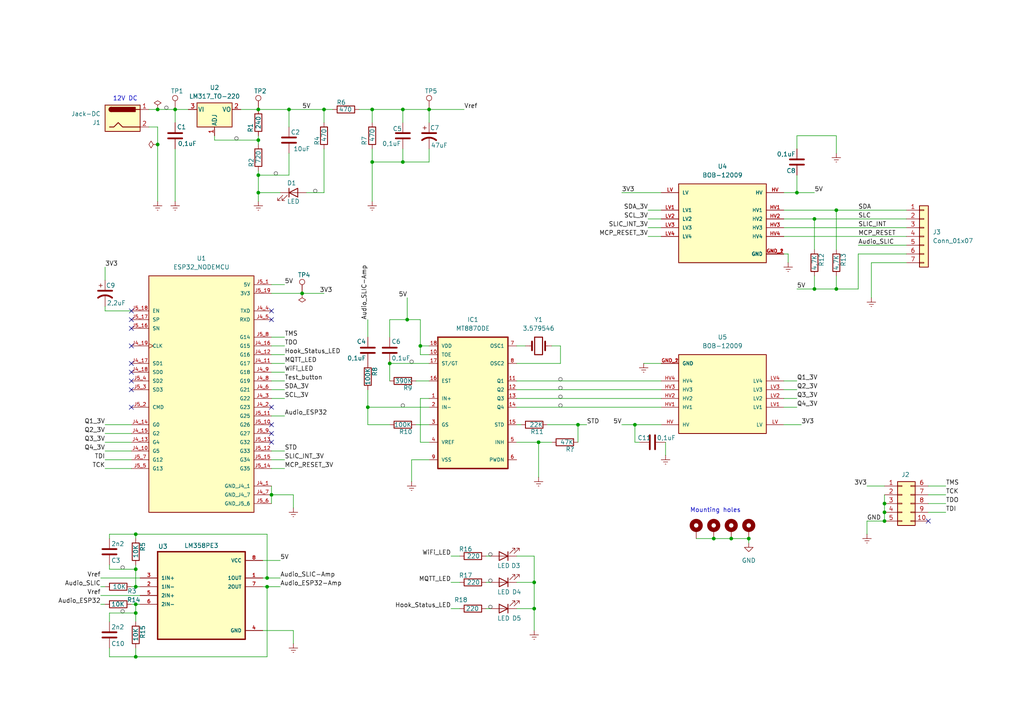
<source format=kicad_sch>
(kicad_sch (version 20231120) (generator "eeschema") (generator_version "8.0")
  (paper "A4")
  (lib_symbols
    (symbol "Connector:Jack-DC" (pin_names (offset 1.016))
      (property "Reference" "J" (at 0 5.334 0))
      (property "Value" "Jack-DC" (at 0 -5.08 0))
      (symbol "Jack-DC_1_1"
        (pin passive line (at 7.62 2.54 180) (length 2.54) (name "~") (number "1"))
        (pin passive line (at 7.62 -2.54 180) (length 2.54) (name "~") (number "2"))
      )
    )
    (symbol "Connector:TestPoint" (pin_numbers hide) (pin_names (offset 0.762) hide)
      (property "Reference" "TP" (at 0 6.858 0))
      (property "Value" "TestPoint" (at 0 5.08 0))
      (symbol "TestPoint_1_1"
        (pin passive line (at 0 0 90) (length 2.54) (name "1") (number "1"))
      )
    )
    (symbol "Connector_Generic:Conn_01x07" (pin_names (offset 1.016) hide)
      (property "Reference" "J" (at 0 10.16 0))
      (property "Value" "Conn_01x07" (at 0 -10.16 0))
      (symbol "Conn_01x07_1_1"
        (pin passive line (at -5.08 7.62 0) (length 3.81) (name "Pin_1") (number "1"))
        (pin passive line (at -5.08 5.08 0) (length 3.81) (name "Pin_2") (number "2"))
        (pin passive line (at -5.08 2.54 0) (length 3.81) (name "Pin_3") (number "3"))
        (pin passive line (at -5.08 0 0) (length 3.81) (name "Pin_4") (number "4"))
        (pin passive line (at -5.08 -2.54 0) (length 3.81) (name "Pin_5") (number "5"))
        (pin passive line (at -5.08 -5.08 0) (length 3.81) (name "Pin_6") (number "6"))
        (pin passive line (at -5.08 -7.62 0) (length 3.81) (name "Pin_7") (number "7"))
      )
    )
    (symbol "Connector_Generic:Conn_02x05_Top_Bottom" (pin_names (offset 1.016) hide)
      (property "Reference" "J" (at 1.27 7.62 0))
      (property "Value" "Conn_02x05_Top_Bottom" (at 1.27 -7.62 0))
      (symbol "Conn_02x05_Top_Bottom_1_1"
        (pin passive line (at -5.08 5.08 0) (length 3.81) (name "Pin_1") (number "1"))
        (pin passive line (at 7.62 -5.08 180) (length 3.81) (name "Pin_10") (number "10"))
        (pin passive line (at -5.08 2.54 0) (length 3.81) (name "Pin_2") (number "2"))
        (pin passive line (at -5.08 0 0) (length 3.81) (name "Pin_3") (number "3"))
        (pin passive line (at -5.08 -2.54 0) (length 3.81) (name "Pin_4") (number "4"))
        (pin passive line (at -5.08 -5.08 0) (length 3.81) (name "Pin_5") (number "5"))
        (pin passive line (at 7.62 5.08 180) (length 3.81) (name "Pin_6") (number "6"))
        (pin passive line (at 7.62 2.54 180) (length 3.81) (name "Pin_7") (number "7"))
        (pin passive line (at 7.62 0 180) (length 3.81) (name "Pin_8") (number "8"))
        (pin passive line (at 7.62 -2.54 180) (length 3.81) (name "Pin_9") (number "9"))
      )
    )
    (symbol "Device:C" (pin_numbers hide) (pin_names (offset 0.254))
      (property "Reference" "C" (at 0.635 2.54 0))
      (property "Value" "C" (at 0.635 -2.54 0))
      (symbol "C_1_1"
        (pin passive line (at 0 3.81 270) (length 2.794) (name "~") (number "1"))
        (pin passive line (at 0 -3.81 90) (length 2.794) (name "~") (number "2"))
      )
    )
    (symbol "Device:C_Polarized_US" (pin_numbers hide) (pin_names (offset 0.254) hide)
      (property "Reference" "C" (at 0.635 2.54 0))
      (property "Value" "C_Polarized_US" (at 0.635 -2.54 0))
      (symbol "C_Polarized_US_1_1"
        (pin passive line (at 0 3.81 270) (length 2.794) (name "~") (number "1"))
        (pin passive line (at 0 -3.81 90) (length 3.302) (name "~") (number "2"))
      )
    )
    (symbol "Device:Crystal" (pin_numbers hide) (pin_names (offset 1.016) hide)
      (property "Reference" "Y" (at 0 3.81 0))
      (property "Value" "Crystal" (at 0 -3.81 0))
      (symbol "Crystal_1_1"
        (pin passive line (at -3.81 0 0) (length 1.27) (name "1") (number "1"))
        (pin passive line (at 3.81 0 180) (length 1.27) (name "2") (number "2"))
      )
    )
    (symbol "Device:LED" (pin_numbers hide) (pin_names (offset 1.016) hide)
      (property "Reference" "D" (at 0 2.54 0))
      (property "Value" "LED" (at 0 -2.54 0))
      (symbol "LED_1_1"
        (pin passive line (at -3.81 0 0) (length 2.54) (name "K") (number "1"))
        (pin passive line (at 3.81 0 180) (length 2.54) (name "A") (number "2"))
      )
    )
    (symbol "Device:R" (pin_numbers hide) (pin_names (offset 0))
      (property "Reference" "R" (at 2.032 0 90))
      (property "Value" "R" (at 0 0 90))
      (symbol "R_1_1"
        (pin passive line (at 0 3.81 270) (length 1.27) (name "~") (number "1"))
        (pin passive line (at 0 -3.81 90) (length 1.27) (name "~") (number "2"))
      )
    )
    (symbol "JW_library_sym:BOB-12009" (pin_names (offset 1.016))
      (property "Reference" "U" (at -12.7 11.43 0))
      (property "Value" "BOB-12009" (at -12.7 -15.24 0))
      (symbol "BOB-12009_0_0"
        (pin power_in line (at 17.78 -10.16 180) (length 5.08) (name "GND") (number "GND_1"))
        (pin power_in line (at 17.78 -10.16 180) (length 5.08) (name "GND") (number "GND_2"))
        (pin bidirectional line (at 17.78 7.62 180) (length 5.08) (name "HV") (number "HV"))
        (pin bidirectional line (at 17.78 2.54 180) (length 5.08) (name "HV1") (number "HV1"))
        (pin bidirectional line (at 17.78 0 180) (length 5.08) (name "HV2") (number "HV2"))
        (pin bidirectional line (at 17.78 -2.54 180) (length 5.08) (name "HV3") (number "HV3"))
        (pin bidirectional line (at 17.78 -5.08 180) (length 5.08) (name "HV4") (number "HV4"))
        (pin bidirectional line (at -17.78 7.62 0) (length 5.08) (name "LV") (number "LV"))
        (pin bidirectional line (at -17.78 2.54 0) (length 5.08) (name "LV1") (number "LV1"))
        (pin bidirectional line (at -17.78 0 0) (length 5.08) (name "LV2") (number "LV2"))
        (pin bidirectional line (at -17.78 -2.54 0) (length 5.08) (name "LV3") (number "LV3"))
        (pin bidirectional line (at -17.78 -5.08 0) (length 5.08) (name "LV4") (number "LV4"))
      )
    )
    (symbol "JW_library_sym:ESP32_NODEMCU" (pin_names (offset 1.016))
      (property "Reference" "U" (at -15.24 36.322 0))
      (property "Value" "ESP32_NODEMCU" (at -15.24 -35.56 0))
      (symbol "ESP32_NODEMCU_0_0"
        (pin power_in line (at 20.32 -25.4 180) (length 5.08) (name "GND_J4_1") (number "J4_1"))
        (pin bidirectional line (at -20.32 -15.24 0) (length 5.08) (name "G5") (number "J4_10"))
        (pin bidirectional line (at 20.32 10.16 180) (length 5.08) (name "G17") (number "J4_11"))
        (pin bidirectional line (at 20.32 12.7 180) (length 5.08) (name "G16") (number "J4_12"))
        (pin bidirectional line (at -20.32 -12.7 0) (length 5.08) (name "G4") (number "J4_13"))
        (pin bidirectional line (at -20.32 -7.62 0) (length 5.08) (name "G0") (number "J4_14"))
        (pin bidirectional line (at -20.32 -10.16 0) (length 5.08) (name "G2") (number "J4_15"))
        (pin bidirectional line (at 20.32 15.24 180) (length 5.08) (name "G15") (number "J4_16"))
        (pin bidirectional line (at -20.32 10.16 0) (length 5.08) (name "SD1") (number "J4_17"))
        (pin bidirectional line (at -20.32 7.62 0) (length 5.08) (name "SD0") (number "J4_18"))
        (pin input clock (at -20.32 15.24 0) (length 5.08) (name "CLK") (number "J4_19"))
        (pin bidirectional line (at 20.32 -2.54 180) (length 5.08) (name "G23") (number "J4_2"))
        (pin bidirectional line (at 20.32 0 180) (length 5.08) (name "G22") (number "J4_3"))
        (pin output line (at 20.32 25.4 180) (length 5.08) (name "TXD") (number "J4_4"))
        (pin input line (at 20.32 22.86 180) (length 5.08) (name "RXD") (number "J4_5"))
        (pin bidirectional line (at 20.32 2.54 180) (length 5.08) (name "G21") (number "J4_6"))
        (pin power_in line (at 20.32 -27.94 180) (length 5.08) (name "GND_J4_7") (number "J4_7"))
        (pin bidirectional line (at 20.32 5.08 180) (length 5.08) (name "G19") (number "J4_8"))
        (pin bidirectional line (at 20.32 7.62 180) (length 5.08) (name "G18") (number "J4_9"))
        (pin power_in line (at 20.32 33.02 180) (length 5.08) (name "5V") (number "J5_1"))
        (pin bidirectional line (at 20.32 -7.62 180) (length 5.08) (name "G26") (number "J5_10"))
        (pin bidirectional line (at 20.32 -5.08 180) (length 5.08) (name "G25") (number "J5_11"))
        (pin bidirectional line (at 20.32 -15.24 180) (length 5.08) (name "G33") (number "J5_12"))
        (pin bidirectional line (at 20.32 -12.7 180) (length 5.08) (name "G32") (number "J5_13"))
        (pin bidirectional line (at 20.32 -20.32 180) (length 5.08) (name "G35") (number "J5_14"))
        (pin bidirectional line (at 20.32 -17.78 180) (length 5.08) (name "G34") (number "J5_15"))
        (pin input line (at -20.32 20.32 0) (length 5.08) (name "SN") (number "J5_16"))
        (pin input line (at -20.32 22.86 0) (length 5.08) (name "SP") (number "J5_17"))
        (pin input line (at -20.32 25.4 0) (length 5.08) (name "EN") (number "J5_18"))
        (pin power_in line (at 20.32 30.48 180) (length 5.08) (name "3V3") (number "J5_19"))
        (pin bidirectional line (at -20.32 -2.54 0) (length 5.08) (name "CMD") (number "J5_2"))
        (pin bidirectional line (at -20.32 2.54 0) (length 5.08) (name "SD3") (number "J5_3"))
        (pin bidirectional line (at -20.32 5.08 0) (length 5.08) (name "SD2") (number "J5_4"))
        (pin bidirectional line (at -20.32 -20.32 0) (length 5.08) (name "G13") (number "J5_5"))
        (pin power_in line (at 20.32 -30.48 180) (length 5.08) (name "GND_J5_6") (number "J5_6"))
        (pin bidirectional line (at -20.32 -17.78 0) (length 5.08) (name "G12") (number "J5_7"))
        (pin bidirectional line (at 20.32 17.78 180) (length 5.08) (name "G14") (number "J5_8"))
        (pin bidirectional line (at 20.32 -10.16 180) (length 5.08) (name "G27") (number "J5_9"))
      )
    )
    (symbol "JW_library_sym:LM358PE3" (pin_names (offset 1.016))
      (property "Reference" "U" (at -12.7 13.7 0))
      (property "Value" "LM358PE3" (at -12.7 -16.7 0))
      (symbol "LM358PE3_0_0"
        (pin output line (at 17.78 5.08 180) (length 5.08) (name "1OUT") (number "1"))
        (pin input line (at -17.78 2.54 0) (length 5.08) (name "1IN-") (number "2"))
        (pin input line (at -17.78 5.08 0) (length 5.08) (name "1IN+") (number "3"))
        (pin power_in line (at 17.78 -10.16 180) (length 5.08) (name "GND") (number "4"))
        (pin input line (at -17.78 0 0) (length 5.08) (name "2IN+") (number "5"))
        (pin input line (at -17.78 -2.54 0) (length 5.08) (name "2IN-") (number "6"))
        (pin output line (at 17.78 2.54 180) (length 5.08) (name "2OUT") (number "7"))
        (pin power_in line (at 17.78 10.16 180) (length 5.08) (name "VCC") (number "8"))
      )
    )
    (symbol "JW_library_sym:MT8870" (pin_names (offset 1.016))
      (property "Reference" "IC" (at -10.1662 19.0617 0))
      (property "Value" "MT8870" (at -10.1656 -22.8726 0))
      (symbol "MT8870_0_0"
        (pin input line (at -12.7 0 0) (length 2.54) (name "IN+") (number "1"))
        (pin input line (at -12.7 12.7 0) (length 2.54) (name "TOE") (number "10"))
        (pin output line (at 12.7 5.08 180) (length 2.54) (name "Q1") (number "11"))
        (pin output line (at 12.7 2.54 180) (length 2.54) (name "Q2") (number "12"))
        (pin output line (at 12.7 0 180) (length 2.54) (name "Q3") (number "13"))
        (pin output line (at 12.7 -2.54 180) (length 2.54) (name "Q4") (number "14"))
        (pin output line (at 12.7 -7.62 180) (length 2.54) (name "STD") (number "15"))
        (pin output line (at -12.7 5.08 0) (length 2.54) (name "EST") (number "16"))
        (pin bidirectional line (at -12.7 10.16 0) (length 2.54) (name "ST/GT") (number "17"))
        (pin power_in line (at -12.7 15.24 0) (length 2.54) (name "VDD") (number "18"))
        (pin input line (at -12.7 -2.54 0) (length 2.54) (name "IN-") (number "2"))
        (pin output line (at -12.7 -7.62 0) (length 2.54) (name "GS") (number "3"))
        (pin output line (at -12.7 -12.7 0) (length 2.54) (name "VREF") (number "4"))
        (pin input line (at 12.7 -12.7 180) (length 2.54) (name "INH") (number "5"))
        (pin input line (at 12.7 -17.78 180) (length 2.54) (name "PWDN") (number "6"))
        (pin input line (at 12.7 15.24 180) (length 2.54) (name "OSC1") (number "7"))
        (pin output line (at 12.7 10.16 180) (length 2.54) (name "OSC2") (number "8"))
        (pin power_in line (at -12.7 -17.78 0) (length 2.54) (name "VSS") (number "9"))
      )
    )
    (symbol "Mechanical:MountingHole_Pad" (pin_numbers hide) (pin_names (offset 1.016) hide) (exclude_from_sim yes) (in_bom no)
      (property "Reference" "H" (at 0 6.35 0))
      (property "Value" "MountingHole_Pad" (at 0 4.445 0))
      (symbol "MountingHole_Pad_1_1"
        (pin input line (at 0 -2.54 90) (length 2.54) (name "1") (number "1"))
      )
    )
    (symbol "Regulator_Linear:LM317_TO-220" (pin_names (offset 0.254))
      (property "Reference" "U" (at -3.81 3.175 0))
      (property "Value" "LM317_TO-220" (at 0 3.175 0))
      (symbol "LM317_TO-220_1_1"
        (pin input line (at 0 -7.62 90) (length 2.54) (name "ADJ") (number "1"))
        (pin power_out line (at 7.62 0 180) (length 2.54) (name "VO") (number "2"))
        (pin power_in line (at -7.62 0 0) (length 2.54) (name "VI") (number "3"))
      )
    )
    (symbol "power:Earth" (power) (pin_numbers hide) (pin_names (offset 0) hide)
      (property "Value" "Earth" (at 0 -3.81 0))
      (symbol "Earth_1_1"
        (pin power_in line (at 0 0 270) (length 0) (name "~") (number "1"))
      )
    )
    (symbol "power:GND" (power) (pin_numbers hide) (pin_names (offset 0) hide)
      (property "Value" "GND" (at 0 -3.81 0))
      (symbol "GND_1_1"
        (pin power_in line (at 0 0 270) (length 0) (name "~") (number "1"))
      )
    )
    (symbol "power:PWR_FLAG" (power) (pin_numbers hide) (pin_names (offset 0) hide)
      (property "Value" "PWR_FLAG" (at 0 3.81 0))
      (symbol "PWR_FLAG_0_0"
        (pin power_out line (at 0 0 90) (length 0) (name "~") (number "1"))
      )
    )
  )
  (junction (at 50.8 31.75))
  (junction (at 113.03 105.41))
  (junction (at 78.74 143.51))
  (junction (at 116.84 31.75))
  (junction (at 156.21 128.27))
  (junction (at 39.37 170.18))
  (junction (at 167.64 123.19))
  (junction (at 236.22 63.5))
  (junction (at 154.94 176.53))
  (junction (at 107.95 46.99))
  (junction (at 83.82 31.75))
  (junction (at 256.54 151.13))
  (junction (at 116.84 46.99))
  (junction (at 256.54 146.05))
  (junction (at 154.94 168.91))
  (junction (at 212.09 156.21))
  (junction (at 217.17 156.21))
  (junction (at 106.68 118.11))
  (junction (at 77.47 170.18))
  (junction (at 87.63 85.09))
  (junction (at 39.37 190.5))
  (junction (at 74.93 55.88))
  (junction (at 45.72 31.75))
  (junction (at 207.01 156.21))
  (junction (at 74.93 40.64))
  (junction (at 39.37 177.8))
  (junction (at 242.57 83.82))
  (junction (at 39.37 154.94))
  (junction (at 93.98 31.75))
  (junction (at 74.93 50.8))
  (junction (at 256.54 148.59))
  (junction (at 242.57 60.96))
  (junction (at 121.92 100.33))
  (junction (at 77.47 167.64))
  (junction (at 74.93 31.75))
  (junction (at 124.46 31.75))
  (junction (at 39.37 175.26))
  (junction (at 236.22 83.82))
  (junction (at 184.15 123.19))
  (junction (at 45.72 41.91))
  (junction (at 118.11 92.71))
  (junction (at 231.14 55.88))
  (junction (at 107.95 31.75))
  (junction (at 39.37 165.1))
  (no_connect (at 38.1 110.49))
  (no_connect (at 38.1 107.95))
  (no_connect (at 38.1 95.25))
  (no_connect (at 38.1 90.17))
  (no_connect (at 38.1 105.41))
  (no_connect (at 78.74 128.27))
  (no_connect (at 38.1 92.71))
  (no_connect (at 78.74 118.11))
  (no_connect (at 269.24 151.13))
  (no_connect (at 38.1 100.33))
  (no_connect (at 38.1 113.03))
  (no_connect (at 38.1 118.11))
  (no_connect (at 78.74 90.17))
  (no_connect (at 78.74 125.73))
  (no_connect (at 78.74 92.71))
  (no_connect (at 78.74 123.19))
  (wire (pts (xy 151.13 123.19) (xy 149.86 123.19)))
  (wire (pts (xy 162.56 100.33) (xy 162.56 105.41)))
  (wire (pts (xy 87.63 85.09) (xy 93.98 85.09)))
  (wire (pts (xy 227.33 63.5) (xy 236.22 63.5)))
  (wire (pts (xy 269.24 148.59) (xy 274.32 148.59)))
  (wire (pts (xy 74.93 40.64) (xy 74.93 39.37)))
  (wire (pts (xy 77.47 154.94) (xy 77.47 167.64)))
  (wire (pts (xy 158.75 123.19) (xy 167.64 123.19)))
  (wire (pts (xy 106.68 118.11) (xy 124.46 118.11)))
  (wire (pts (xy 76.2 167.64) (xy 77.47 167.64)))
  (wire (pts (xy 78.74 107.95) (xy 82.55 107.95)))
  (wire (pts (xy 77.47 190.5) (xy 77.47 170.18)))
  (wire (pts (xy 118.11 86.36) (xy 118.11 92.71)))
  (wire (pts (xy 149.86 118.11) (xy 191.77 118.11)))
  (wire (pts (xy 78.74 120.65) (xy 82.55 120.65)))
  (wire (pts (xy 256.54 143.51) (xy 256.54 146.05)))
  (wire (pts (xy 269.24 140.97) (xy 274.32 140.97)))
  (wire (pts (xy 39.37 165.1) (xy 39.37 170.18)))
  (wire (pts (xy 124.46 115.57) (xy 121.92 115.57)))
  (wire (pts (xy 231.14 50.8) (xy 231.14 55.88)))
  (wire (pts (xy 43.18 31.75) (xy 45.72 31.75)))
  (wire (pts (xy 107.95 46.99) (xy 116.84 46.99)))
  (wire (pts (xy 107.95 31.75) (xy 107.95 35.56)))
  (wire (pts (xy 78.74 143.51) (xy 78.74 146.05)))
  (wire (pts (xy 242.57 60.96) (xy 262.89 60.96)))
  (wire (pts (xy 85.09 182.88) (xy 85.09 186.69)))
  (wire (pts (xy 77.47 170.18) (xy 76.2 170.18)))
  (wire (pts (xy 121.92 100.33) (xy 124.46 100.33)))
  (wire (pts (xy 82.55 97.79) (xy 78.74 97.79)))
  (wire (pts (xy 124.46 102.87) (xy 121.92 102.87)))
  (wire (pts (xy 227.33 55.88) (xy 231.14 55.88)))
  (wire (pts (xy 124.46 35.56) (xy 124.46 31.75)))
  (wire (pts (xy 124.46 43.18) (xy 124.46 46.99)))
  (wire (pts (xy 167.64 128.27) (xy 167.64 123.19)))
  (wire (pts (xy 107.95 46.99) (xy 107.95 58.42)))
  (wire (pts (xy 256.54 151.13) (xy 251.46 151.13)))
  (wire (pts (xy 69.85 31.75) (xy 74.93 31.75)))
  (wire (pts (xy 149.86 128.27) (xy 156.21 128.27)))
  (wire (pts (xy 113.03 105.41) (xy 124.46 105.41)))
  (wire (pts (xy 231.14 39.37) (xy 231.14 43.18)))
  (wire (pts (xy 31.75 187.96) (xy 31.75 190.5)))
  (wire (pts (xy 242.57 44.45) (xy 242.57 39.37)))
  (wire (pts (xy 87.63 85.09) (xy 78.74 85.09)))
  (wire (pts (xy 39.37 170.18) (xy 40.64 170.18)))
  (wire (pts (xy 30.48 123.19) (xy 38.1 123.19)))
  (wire (pts (xy 39.37 175.26) (xy 39.37 177.8)))
  (wire (pts (xy 227.33 60.96) (xy 242.57 60.96)))
  (wire (pts (xy 39.37 190.5) (xy 77.47 190.5)))
  (wire (pts (xy 45.72 31.75) (xy 50.8 31.75)))
  (wire (pts (xy 62.23 40.64) (xy 62.23 39.37)))
  (wire (pts (xy 242.57 60.96) (xy 242.57 72.39)))
  (wire (pts (xy 93.98 55.88) (xy 88.9 55.88)))
  (wire (pts (xy 236.22 63.5) (xy 262.89 63.5)))
  (wire (pts (xy 130.81 161.29) (xy 133.35 161.29)))
  (wire (pts (xy 78.74 143.51) (xy 85.09 143.51)))
  (wire (pts (xy 167.64 123.19) (xy 170.18 123.19)))
  (wire (pts (xy 30.48 130.81) (xy 38.1 130.81)))
  (wire (pts (xy 31.75 177.8) (xy 39.37 177.8)))
  (wire (pts (xy 82.55 115.57) (xy 78.74 115.57)))
  (wire (pts (xy 191.77 66.04) (xy 187.96 66.04)))
  (wire (pts (xy 207.01 156.21) (xy 212.09 156.21)))
  (wire (pts (xy 106.68 92.71) (xy 106.68 97.79)))
  (wire (pts (xy 140.97 168.91) (xy 142.24 168.91)))
  (wire (pts (xy 180.34 123.19) (xy 184.15 123.19)))
  (wire (pts (xy 29.21 170.18) (xy 30.48 170.18)))
  (wire (pts (xy 231.14 110.49) (xy 227.33 110.49)))
  (wire (pts (xy 262.89 76.2) (xy 252.73 76.2)))
  (wire (pts (xy 140.97 161.29) (xy 142.24 161.29)))
  (wire (pts (xy 116.84 31.75) (xy 124.46 31.75)))
  (wire (pts (xy 252.73 76.2) (xy 252.73 86.36)))
  (wire (pts (xy 191.77 60.96) (xy 187.96 60.96)))
  (wire (pts (xy 30.48 128.27) (xy 38.1 128.27)))
  (wire (pts (xy 191.77 63.5) (xy 187.96 63.5)))
  (wire (pts (xy 29.21 167.64) (xy 40.64 167.64)))
  (wire (pts (xy 231.14 55.88) (xy 236.22 55.88)))
  (wire (pts (xy 74.93 55.88) (xy 74.93 58.42)))
  (wire (pts (xy 78.74 110.49) (xy 82.55 110.49)))
  (wire (pts (xy 162.56 100.33) (xy 160.02 100.33)))
  (wire (pts (xy 78.74 140.97) (xy 78.74 143.51)))
  (wire (pts (xy 74.93 50.8) (xy 74.93 49.53)))
  (wire (pts (xy 39.37 170.18) (xy 38.1 170.18)))
  (wire (pts (xy 140.97 176.53) (xy 142.24 176.53)))
  (wire (pts (xy 85.09 143.51) (xy 85.09 147.32)))
  (wire (pts (xy 154.94 161.29) (xy 154.94 168.91)))
  (wire (pts (xy 227.33 66.04) (xy 262.89 66.04)))
  (wire (pts (xy 154.94 168.91) (xy 154.94 176.53)))
  (wire (pts (xy 107.95 31.75) (xy 116.84 31.75)))
  (wire (pts (xy 113.03 97.79) (xy 113.03 92.71)))
  (wire (pts (xy 31.75 154.94) (xy 39.37 154.94)))
  (wire (pts (xy 83.82 31.75) (xy 93.98 31.75)))
  (wire (pts (xy 242.57 83.82) (xy 248.92 83.82)))
  (wire (pts (xy 227.33 68.58) (xy 262.89 68.58)))
  (wire (pts (xy 29.21 175.26) (xy 30.48 175.26)))
  (wire (pts (xy 113.03 92.71) (xy 118.11 92.71)))
  (wire (pts (xy 185.42 128.27) (xy 184.15 128.27)))
  (wire (pts (xy 248.92 73.66) (xy 248.92 83.82)))
  (wire (pts (xy 149.86 168.91) (xy 154.94 168.91)))
  (wire (pts (xy 149.86 110.49) (xy 191.77 110.49)))
  (wire (pts (xy 251.46 151.13) (xy 251.46 154.94)))
  (wire (pts (xy 121.92 128.27) (xy 124.46 128.27)))
  (wire (pts (xy 231.14 118.11) (xy 227.33 118.11)))
  (wire (pts (xy 30.48 77.47) (xy 30.48 81.28)))
  (wire (pts (xy 104.14 31.75) (xy 107.95 31.75)))
  (wire (pts (xy 38.1 135.89) (xy 30.48 135.89)))
  (wire (pts (xy 130.81 176.53) (xy 133.35 176.53)))
  (wire (pts (xy 124.46 133.35) (xy 119.38 133.35)))
  (wire (pts (xy 231.14 115.57) (xy 227.33 115.57)))
  (wire (pts (xy 231.14 83.82) (xy 236.22 83.82)))
  (wire (pts (xy 96.52 31.75) (xy 93.98 31.75)))
  (wire (pts (xy 149.86 100.33) (xy 152.4 100.33)))
  (wire (pts (xy 201.93 156.21) (xy 207.01 156.21)))
  (wire (pts (xy 76.2 162.56) (xy 81.28 162.56)))
  (wire (pts (xy 83.82 50.8) (xy 83.82 44.45)))
  (wire (pts (xy 242.57 83.82) (xy 242.57 80.01)))
  (wire (pts (xy 45.72 36.83) (xy 45.72 41.91)))
  (wire (pts (xy 269.24 143.51) (xy 274.32 143.51)))
  (wire (pts (xy 74.93 31.75) (xy 83.82 31.75)))
  (wire (pts (xy 43.18 36.83) (xy 45.72 36.83)))
  (wire (pts (xy 242.57 83.82) (xy 236.22 83.82)))
  (wire (pts (xy 118.11 92.71) (xy 121.92 92.71)))
  (wire (pts (xy 93.98 31.75) (xy 93.98 35.56)))
  (wire (pts (xy 77.47 170.18) (xy 81.28 170.18)))
  (wire (pts (xy 236.22 83.82) (xy 236.22 80.01)))
  (wire (pts (xy 256.54 146.05) (xy 256.54 148.59)))
  (wire (pts (xy 156.21 128.27) (xy 156.21 138.43)))
  (wire (pts (xy 121.92 92.71) (xy 121.92 100.33)))
  (wire (pts (xy 76.2 182.88) (xy 85.09 182.88)))
  (wire (pts (xy 124.46 31.75) (xy 134.62 31.75)))
  (wire (pts (xy 31.75 190.5) (xy 39.37 190.5)))
  (wire (pts (xy 228.6 73.66) (xy 227.33 73.66)))
  (wire (pts (xy 30.48 90.17) (xy 38.1 90.17)))
  (wire (pts (xy 113.03 110.49) (xy 113.03 105.41)))
  (wire (pts (xy 149.86 113.03) (xy 191.77 113.03)))
  (wire (pts (xy 93.98 43.18) (xy 93.98 55.88)))
  (wire (pts (xy 62.23 40.64) (xy 74.93 40.64)))
  (wire (pts (xy 180.34 55.88) (xy 191.77 55.88)))
  (wire (pts (xy 106.68 113.03) (xy 106.68 118.11)))
  (wire (pts (xy 31.75 165.1) (xy 39.37 165.1)))
  (wire (pts (xy 78.74 130.81) (xy 82.55 130.81)))
  (wire (pts (xy 78.74 102.87) (xy 82.55 102.87)))
  (wire (pts (xy 106.68 123.19) (xy 106.68 118.11)))
  (wire (pts (xy 217.17 157.48) (xy 217.17 156.21)))
  (wire (pts (xy 121.92 102.87) (xy 121.92 100.33)))
  (wire (pts (xy 154.94 176.53) (xy 149.86 176.53)))
  (wire (pts (xy 251.46 140.97) (xy 256.54 140.97)))
  (wire (pts (xy 119.38 133.35) (xy 119.38 139.7)))
  (wire (pts (xy 248.92 73.66) (xy 262.89 73.66)))
  (wire (pts (xy 149.86 115.57) (xy 191.77 115.57)))
  (wire (pts (xy 39.37 163.83) (xy 39.37 165.1)))
  (wire (pts (xy 184.15 128.27) (xy 184.15 123.19)))
  (wire (pts (xy 130.81 168.91) (xy 133.35 168.91)))
  (wire (pts (xy 29.21 172.72) (xy 40.64 172.72)))
  (wire (pts (xy 154.94 182.88) (xy 154.94 176.53)))
  (wire (pts (xy 82.55 133.35) (xy 78.74 133.35)))
  (wire (pts (xy 162.56 105.41) (xy 149.86 105.41)))
  (wire (pts (xy 83.82 31.75) (xy 83.82 36.83)))
  (wire (pts (xy 269.24 146.05) (xy 274.32 146.05)))
  (wire (pts (xy 31.75 156.21) (xy 31.75 154.94)))
  (wire (pts (xy 39.37 175.26) (xy 40.64 175.26)))
  (wire (pts (xy 39.37 177.8) (xy 39.37 180.34)))
  (wire (pts (xy 82.55 82.55) (xy 78.74 82.55)))
  (wire (pts (xy 116.84 43.18) (xy 116.84 46.99)))
  (wire (pts (xy 39.37 154.94) (xy 77.47 154.94)))
  (wire (pts (xy 120.65 123.19) (xy 124.46 123.19)))
  (wire (pts (xy 212.09 156.21) (xy 217.17 156.21)))
  (wire (pts (xy 116.84 35.56) (xy 116.84 31.75)))
  (wire (pts (xy 50.8 31.75) (xy 50.8 35.56)))
  (wire (pts (xy 45.72 41.91) (xy 45.72 58.42)))
  (wire (pts (xy 121.92 115.57) (xy 121.92 128.27)))
  (wire (pts (xy 256.54 148.59) (xy 256.54 151.13)))
  (wire (pts (xy 38.1 175.26) (xy 39.37 175.26)))
  (wire (pts (xy 39.37 187.96) (xy 39.37 190.5)))
  (wire (pts (xy 184.15 123.19) (xy 191.77 123.19)))
  (wire (pts (xy 232.41 123.19) (xy 227.33 123.19)))
  (wire (pts (xy 242.57 39.37) (xy 231.14 39.37)))
  (wire (pts (xy 191.77 68.58) (xy 187.96 68.58)))
  (wire (pts (xy 236.22 63.5) (xy 236.22 72.39)))
  (wire (pts (xy 38.1 133.35) (xy 30.48 133.35)))
  (wire (pts (xy 228.6 73.66) (xy 228.6 76.2)))
  (wire (pts (xy 82.55 113.03) (xy 78.74 113.03)))
  (wire (pts (xy 78.74 105.41) (xy 82.55 105.41)))
  (wire (pts (xy 231.14 113.03) (xy 227.33 113.03)))
  (wire (pts (xy 74.93 50.8) (xy 74.93 55.88)))
  (wire (pts (xy 74.93 41.91) (xy 74.93 40.64)))
  (wire (pts (xy 31.75 163.83) (xy 31.75 165.1)))
  (wire (pts (xy 193.04 128.27) (xy 193.04 132.08)))
  (wire (pts (xy 107.95 43.18) (xy 107.95 46.99)))
  (wire (pts (xy 156.21 128.27) (xy 160.02 128.27)))
  (wire (pts (xy 120.65 110.49) (xy 124.46 110.49)))
  (wire (pts (xy 30.48 88.9) (xy 30.48 90.17)))
  (wire (pts (xy 50.8 43.18) (xy 50.8 58.42)))
  (wire (pts (xy 31.75 180.34) (xy 31.75 177.8)))
  (wire (pts (xy 248.92 71.12) (xy 262.89 71.12)))
  (wire (pts (xy 191.77 105.41) (xy 186.69 105.41)))
  (wire (pts (xy 149.86 161.29) (xy 154.94 161.29)))
  (wire (pts (xy 77.47 167.64) (xy 81.28 167.64)))
  (wire (pts (xy 82.55 135.89) (xy 78.74 135.89)))
  (wire (pts (xy 74.93 55.88) (xy 81.28 55.88)))
  (wire (pts (xy 116.84 46.99) (xy 124.46 46.99)))
  (wire (pts (xy 50.8 31.75) (xy 54.61 31.75)))
  (wire (pts (xy 30.48 125.73) (xy 38.1 125.73)))
  (wire (pts (xy 74.93 50.8) (xy 83.82 50.8)))
  (wire (pts (xy 39.37 156.21) (xy 39.37 154.94)))
  (wire (pts (xy 113.03 123.19) (xy 106.68 123.19)))
  (wire (pts (xy 82.55 100.33) (xy 78.74 100.33)))
  (text "Mounting holes\n" (at 207.518 148.082 0) (effects (font (size 1.27 1.27))))
  (text "12V DC" (at 36.322 28.702 0) (effects (font (size 1.27 1.27))))
  (label "SLIC_INT_3V" (at 82.55 133.35 0))
  (label "STD" (at 82.55 130.81 0))
  (label "3V3" (at 92.71 85.09 0))
  (label "MCP_RESET_3V" (at 187.96 68.58 180))
  (label "MCP_RESET" (at 248.92 68.58 0))
  (label "STD" (at 170.18 123.19 0))
  (label "5V" (at 118.11 86.36 180))
  (label "Audio_SLIC" (at 29.21 170.18 180))
  (label "SDA" (at 248.92 60.96 0))
  (label "Q2_3V" (at 30.48 125.73 180))
  (label "Audio_SLIC-Amp" (at 81.28 167.64 0))
  (label "TCK" (at 274.32 143.51 0))
  (label "TMS" (at 274.32 140.97 0))
  (label "TDI" (at 30.48 133.35 180))
  (label "Audio_ESP32" (at 29.21 175.26 180))
  (label "SLC" (at 248.92 63.5 0))
  (label "5V" (at 180.34 123.19 180))
  (label "WiFi_LED" (at 130.81 161.29 180))
  (label "Audio_ESP32" (at 82.55 120.65 0))
  (label "5V" (at 236.22 55.88 0))
  (label "SCL_3V" (at 187.96 63.5 180))
  (label "3V3" (at 180.34 55.88 0))
  (label "SCL_3V" (at 82.55 115.57 0))
  (label "5V" (at 81.28 162.56 0))
  (label "MCP_RESET_3V" (at 82.55 135.89 0))
  (label "TDO" (at 274.32 146.05 0))
  (label "5V" (at 82.55 82.55 0))
  (label "Hook_Status_LED" (at 130.81 176.53 180))
  (label "SLIC_INT_3V" (at 187.96 66.04 180))
  (label "Audio_SLIC" (at 248.92 71.12 0))
  (label "Audio_ESP32-Amp" (at 81.28 170.18 0))
  (label "Audio_SLIC-Amp" (at 106.68 92.71 90))
  (label "Vref" (at 29.21 172.72 180))
  (label "TDI" (at 274.32 148.59 0))
  (label "Q2_3V" (at 231.14 113.03 0))
  (label "Q1_3V" (at 30.48 123.19 180))
  (label "Vref" (at 134.62 31.75 0))
  (label "3V3" (at 30.48 77.47 0))
  (label "TDO" (at 82.55 100.33 0))
  (label "Hook_Status_LED" (at 82.55 102.87 0))
  (label "Q3_3V" (at 231.14 115.57 0))
  (label "5V" (at 87.63 31.75 0))
  (label "TCK" (at 30.48 135.89 180))
  (label "SDA_3V" (at 187.96 60.96 180))
  (label "Q3_3V" (at 30.48 128.27 180))
  (label "TMS" (at 82.55 97.79 0))
  (label "Q4_3V" (at 231.14 118.11 0))
  (label "Vref" (at 29.21 167.64 180))
  (label "SDA_3V" (at 82.55 113.03 0))
  (label "MQTT_LED" (at 82.55 105.41 0))
  (label "MQTT_LED" (at 130.81 168.91 180))
  (label "3V3" (at 232.41 123.19 0))
  (label "3V3" (at 251.46 140.97 180))
  (label "WiFi_LED" (at 82.55 107.95 0))
  (label "GND" (at 251.46 151.13 0))
  (label "Q1_3V" (at 231.14 110.49 0))
  (label "5V" (at 231.14 83.82 0))
  (label "Q4_3V" (at 30.48 130.81 180))
  (label "Test_button" (at 82.55 110.49 0))
  (label "SLIC_INT" (at 248.92 66.04 0))
  (netclass_flag "" (length 0.5) (shape round) (at 91.44 55.88 0) (property "Netclass" "Power" (effects (hide yes))))
  (netclass_flag "" (length 0.5) (shape round) (at 162.56 113.03 0) (property "Netclass" "Signal" (effects (hide yes))))
  (netclass_flag "" (length 0.5) (shape round) (at 119.38 105.41 0) (property "Netclass" "Signal" (effects (hide yes))))
  (netclass_flag "" (length 0.5) (shape round) (at 142.24 176.53 0) (property "Netclass" "Signal" (effects (hide yes))))
  (netclass_flag "" (length 0.5) (shape round) (at 116.84 118.11 0) (property "Netclass" "Signal" (effects (hide yes))))
  (netclass_flag "" (length 0.5) (shape round) (at 35.56 177.8 0) (property "Netclass" "Signal" (effects (hide yes))))
  (netclass_flag "" (length 0.5) (shape round) (at 80.01 50.8 0) (property "Netclass" "Power" (effects (hide yes))))
  (netclass_flag "" (length 0.5) (shape round) (at 68.58 40.64 0) (property "Netclass" "Power" (effects (hide yes))))
  (netclass_flag "" (length 0.5) (shape round) (at 162.56 115.57 0) (property "Netclass" "Signal" (effects (hide yes))))
  (netclass_flag "" (length 0.5) (shape round) (at 142.24 161.29 0) (property "Netclass" "Signal" (effects (hide yes))))
  (netclass_flag "" (length 0.5) (shape round) (at 48.26 31.75 0) (property "Netclass" "Power" (effects (hide yes))))
  (netclass_flag "" (length 0.5) (shape round) (at 35.56 165.1 0) (property "Netclass" "Signal" (effects (hide yes))))
  (netclass_flag "" (length 0.5) (shape round) (at 142.24 168.91 0) (property "Netclass" "Signal" (effects (hide yes))))
  (netclass_flag "" (length 0.5) (shape round) (at 162.56 110.49 0) (property "Netclass" "Signal" (effects (hide yes))))
  (netclass_flag "" (length 0.5) (shape round) (at 162.56 118.11 0) (property "Netclass" "Signal" (effects (hide yes))))
  (symbol (lib_id "Device:R") (at 39.37 160.02 180) (unit 1)
    (property "Reference" "R5" (at 41.402 157.226 90) (effects (justify left)))
    (property "Value" "10K" (at 39.37 157.988 90) (effects (justify left)))
    (property "Footprint" "Resistor_THT:R_Axial_DIN0207_L6.3mm_D2.5mm_P2.54mm_Vertical" (effects (hide yes)))
    (property "Description" "Resistor" (effects (hide yes)))
  )
  (symbol (lib_id "Mechanical:MountingHole_Pad") (at 207.01 153.67 0) (unit 1) (exclude_from_sim yes) (in_bom no)
    (property "Reference" "H2" (effects (hide yes)))
    (property "Value" "MountingHole_Pad" (effects (hide yes)))
    (property "Footprint" "MountingHole:MountingHole_3.2mm_M3_Pad_Via" (effects (hide yes)))
    (property "Description" "Mounting Hole with connection" (effects (hide yes)))
  )
  (symbol (lib_id "Device:R") (at 116.84 123.19 90) (unit 1)
    (property "Reference" "R10" (at 119.634 125.222 90) (effects (justify left)))
    (property "Value" "100K" (at 119.38 123.19 90) (effects (justify left)))
    (property "Footprint" "Resistor_THT:R_Axial_DIN0207_L6.3mm_D2.5mm_P2.54mm_Vertical" (effects (hide yes)))
    (property "Description" "Resistor" (effects (hide yes)))
  )
  (symbol (lib_id "Device:R") (at 39.37 184.15 180) (unit 1)
    (property "Reference" "R15" (at 41.402 181.356 90) (effects (justify left)))
    (property "Value" "10K" (at 39.37 182.118 90) (effects (justify left)))
    (property "Footprint" "Resistor_THT:R_Axial_DIN0207_L6.3mm_D2.5mm_P2.54mm_Vertical" (effects (hide yes)))
    (property "Description" "Resistor" (effects (hide yes)))
  )
  (symbol (lib_id "power:Earth") (at 193.04 132.08 0) (mirror y) (unit 1)
    (property "Reference" "#PWR017" (effects (hide yes)))
    (property "Value" "Earth" (effects (hide yes)))
    (property "Description" "Power symbol creates a global label with name \"Earth\"" (effects (hide yes)))
  )
  (symbol (lib_id "Device:R") (at 236.22 76.2 180) (unit 1)
    (property "Reference" "R12" (at 238.252 73.406 90) (effects (justify left)))
    (property "Value" "4,7K" (at 236.22 73.914 90) (effects (justify left)))
    (property "Footprint" "Resistor_THT:R_Axial_DIN0207_L6.3mm_D2.5mm_P2.54mm_Vertical" (effects (hide yes)))
    (property "Description" "Resistor" (effects (hide yes)))
  )
  (symbol (lib_id "power:Earth") (at 242.57 44.45 0) (mirror y) (unit 1)
    (property "Reference" "#PWR011" (effects (hide yes)))
    (property "Value" "Earth" (effects (hide yes)))
    (property "Description" "Power symbol creates a global label with name \"Earth\"" (effects (hide yes)))
  )
  (symbol (lib_id "Device:C") (at 50.8 39.37 0) (unit 1)
    (property "Reference" "C1" (at 51.308 36.83 0) (effects (justify left)))
    (property "Value" "0,1uF" (at 51.562 41.656 0) (effects (justify left)))
    (property "Footprint" "Capacitor_THT:C_Disc_D5.0mm_W2.5mm_P2.50mm" (effects (hide yes)))
    (property "Description" "Unpolarized capacitor" (effects (hide yes)))
  )
  (symbol (lib_id "Device:R") (at 106.68 109.22 180) (unit 1)
    (property "Reference" "R8" (at 108.712 106.426 90) (effects (justify left)))
    (property "Value" "100K" (at 106.68 106.68 90) (effects (justify left)))
    (property "Footprint" "Resistor_THT:R_Axial_DIN0207_L6.3mm_D2.5mm_P2.54mm_Vertical" (effects (hide yes)))
    (property "Description" "Resistor" (effects (hide yes)))
  )
  (symbol (lib_id "power:Earth") (at 45.72 58.42 0) (mirror y) (unit 1)
    (property "Reference" "#PWR01" (effects (hide yes)))
    (property "Value" "Earth" (effects (hide yes)))
    (property "Description" "Power symbol creates a global label with name \"Earth\"" (effects (hide yes)))
  )
  (symbol (lib_id "power:Earth") (at 50.8 58.42 0) (unit 1)
    (property "Reference" "#PWR03" (effects (hide yes)))
    (property "Value" "Earth" (effects (hide yes)))
    (property "Description" "Power symbol creates a global label with name \"Earth\"" (effects (hide yes)))
  )
  (symbol (lib_id "Device:R") (at 137.16 176.53 90) (unit 1)
    (property "Reference" "R18" (at 135.636 173.99 90) (effects (justify left)))
    (property "Value" "220" (at 138.938 176.53 90) (effects (justify left)))
    (property "Footprint" "Resistor_THT:R_Axial_DIN0207_L6.3mm_D2.5mm_P2.54mm_Vertical" (effects (hide yes)))
    (property "Description" "Resistor" (effects (hide yes)))
  )
  (symbol (lib_id "Device:R") (at 163.83 128.27 90) (unit 1)
    (property "Reference" "R?" (at 166.624 130.302 90) (effects (justify left)))
    (property "Value" "47K" (at 166.37 128.27 90) (effects (justify left)))
    (property "Footprint" "Resistor_THT:R_Axial_DIN0207_L6.3mm_D2.5mm_P2.54mm_Vertical" (effects (hide yes)))
    (property "Description" "Resistor" (effects (hide yes)))
  )
  (symbol (lib_id "Device:C_Polarized_US") (at 30.48 85.09 0) (unit 1)
    (property "Reference" "C9" (at 30.734 82.804 0) (effects (justify left)))
    (property "Value" "2,2uF" (at 30.988 87.884 0) (effects (justify left)))
    (property "Footprint" "Capacitor_THT:CP_Radial_D4.0mm_P2.00mm" (effects (hide yes)))
    (property "Description" "Polarized capacitor, US symbol" (effects (hide yes)))
  )
  (symbol (lib_id "Device:R") (at 93.98 39.37 0) (unit 1)
    (property "Reference" "R4" (at 91.948 42.164 90) (effects (justify left)))
    (property "Value" "470" (at 93.98 41.148 90) (effects (justify left)))
    (property "Footprint" "Resistor_THT:R_Axial_DIN0207_L6.3mm_D2.5mm_P2.54mm_Vertical" (effects (hide yes)))
    (property "Description" "Resistor" (effects (hide yes)))
  )
  (symbol (lib_id "Connector_Generic:Conn_02x05_Top_Bottom") (at 261.62 146.05 0) (unit 1)
    (property "Reference" "J2" (at 262.636 137.668 0))
    (property "Value" "Conn_02x05_Top_Bottom" (effects (hide yes)))
    (property "Footprint" "Connector_PinHeader_2.54mm:PinHeader_2x05_P2.54mm_Vertical" (effects (hide yes)))
    (property "Description" "Generic connector, double row, 02x05, top/bottom pin numbering scheme (row 1: 1...pins_per_row, row2: pins_per_row+1 ... num_pins), script generated (kicad-library-utils/schlib/autogen/connector/)" (effects (hide yes)))
  )
  (symbol (lib_id "power:Earth") (at 251.46 154.94 0) (unit 1)
    (property "Reference" "#PWR04" (effects (hide yes)))
    (property "Value" "Earth" (effects (hide yes)))
    (property "Description" "Power symbol creates a global label with name \"Earth\"" (effects (hide yes)))
  )
  (symbol (lib_id "Device:R") (at 34.29 170.18 90) (unit 1)
    (property "Reference" "R3" (at 39.624 171.45 90) (effects (justify left)))
    (property "Value" "10K" (at 36.576 170.18 90) (effects (justify left)))
    (property "Footprint" "Resistor_THT:R_Axial_DIN0207_L6.3mm_D2.5mm_P2.54mm_Vertical" (effects (hide yes)))
    (property "Description" "Resistor" (effects (hide yes)))
  )
  (symbol (lib_id "power:Earth") (at 154.94 182.88 0) (mirror y) (unit 1)
    (property "Reference" "#PWR015" (effects (hide yes)))
    (property "Value" "Earth" (effects (hide yes)))
    (property "Description" "Power symbol creates a global label with name \"Earth\"" (effects (hide yes)))
  )
  (symbol (lib_id "Device:C") (at 113.03 101.6 0) (unit 1)
    (property "Reference" "C6" (at 113.538 99.06 0) (effects (justify left)))
    (property "Value" "0,1uF" (at 113.538 103.886 0) (effects (justify left)))
    (property "Footprint" "Capacitor_THT:C_Disc_D5.0mm_W2.5mm_P2.50mm" (effects (hide yes)))
    (property "Description" "Unpolarized capacitor" (effects (hide yes)))
  )
  (symbol (lib_id "Device:C") (at 116.84 39.37 180) (unit 1)
    (property "Reference" "C5" (at 116.586 37.338 0) (effects (justify left)))
    (property "Value" "0,1uF" (at 116.332 41.656 0) (effects (justify left)))
    (property "Footprint" "Capacitor_THT:C_Disc_D5.0mm_W2.5mm_P2.50mm" (effects (hide yes)))
    (property "Description" "Unpolarized capacitor" (effects (hide yes)))
  )
  (symbol (lib_id "power:Earth") (at 156.21 138.43 0) (mirror y) (unit 1)
    (property "Reference" "#PWR08" (effects (hide yes)))
    (property "Value" "Earth" (effects (hide yes)))
    (property "Description" "Power symbol creates a global label with name \"Earth\"" (effects (hide yes)))
  )
  (symbol (lib_id "Device:LED") (at 146.05 161.29 180) (unit 1)
    (property "Reference" "D3" (at 149.606 164.084 0))
    (property "Value" "LED" (at 146.05 164.084 0))
    (property "Footprint" "LED_THT:LED_D3.0mm" (effects (hide yes)))
    (property "Description" "Light emitting diode" (effects (hide yes)))
  )
  (symbol (lib_id "Device:R") (at 100.33 31.75 90) (unit 1)
    (property "Reference" "R6" (at 100.33 29.718 90) (effects (justify left)))
    (property "Value" "470" (at 102.108 31.75 90) (effects (justify left)))
    (property "Footprint" "Resistor_THT:R_Axial_DIN0207_L6.3mm_D2.5mm_P2.54mm_Vertical" (effects (hide yes)))
    (property "Description" "Resistor" (effects (hide yes)))
  )
  (symbol (lib_id "power:PWR_FLAG") (at 87.63 85.09 180) (unit 1)
    (property "Reference" "#FLG03" (effects (hide yes)))
    (property "Value" "PWR_FLAG" (effects (hide yes)))
    (property "Description" "Special symbol for telling ERC where power comes from" (effects (hide yes)))
  )
  (symbol (lib_id "JW_library_sym:BOB-12009") (at 209.55 63.5 0) (unit 1)
    (property "Reference" "U4" (at 209.55 48.26 0))
    (property "Value" "BOB-12009" (at 209.55 50.8 0))
    (property "Footprint" "JW_footprint_library:CONV_BOB-12009" (effects (hide yes)))
    (property "MF" "SparkFun" (effects (hide yes)))
    (property "MAXIMUM_PACKAGE_HEIGHT" "N/A" (effects (hide yes)))
    (property "Package" "None" (effects (hide yes)))
    (property "Price" "None" (effects (hide yes)))
    (property "Check_prices" "https://www.snapeda.com/parts/BOB-12009/SparkFun/view-part/?ref=eda" (effects (hide yes)))
    (property "STANDARD" "Manufacturer Recommendations" (effects (hide yes)))
    (property "PARTREV" "01" (effects (hide yes)))
    (property "SnapEDA_Link" "https://www.snapeda.com/parts/BOB-12009/SparkFun/view-part/?ref=snap" (effects (hide yes)))
    (property "MP" "BOB-12009" (effects (hide yes)))
    (property "Description_1" "\n                        \n                            BSS138 - Logic-Level Translator Interface Evaluation Board\n                        \n" (effects (hide yes)))
    (property "Availability" "In Stock" (effects (hide yes)))
    (property "MANUFACTURER" "SparkFun Electronics" (effects (hide yes)))
  )
  (symbol (lib_id "Device:R") (at 137.16 168.91 270) (unit 1)
    (property "Reference" "R17" (at 133.096 166.878 90) (effects (justify left)))
    (property "Value" "220" (at 135.382 168.91 90) (effects (justify left)))
    (property "Footprint" "Resistor_THT:R_Axial_DIN0207_L6.3mm_D2.5mm_P2.54mm_Vertical" (effects (hide yes)))
    (property "Description" "Resistor" (effects (hide yes)))
  )
  (symbol (lib_id "power:Earth") (at 119.38 139.7 0) (mirror y) (unit 1)
    (property "Reference" "#PWR09" (effects (hide yes)))
    (property "Value" "Earth" (effects (hide yes)))
    (property "Description" "Power symbol creates a global label with name \"Earth\"" (effects (hide yes)))
  )
  (symbol (lib_id "power:PWR_FLAG") (at 45.72 31.75 0) (unit 1)
    (property "Reference" "#FLG02" (effects (hide yes)))
    (property "Value" "PWR_FLAG" (effects (hide yes)))
    (property "Description" "Special symbol for telling ERC where power comes from" (effects (hide yes)))
  )
  (symbol (lib_id "Device:C") (at 83.82 40.64 0) (unit 1)
    (property "Reference" "C2" (at 84.328 38.354 0) (effects (justify left)))
    (property "Value" "10uF" (at 85.09 43.18 0) (effects (justify left)))
    (property "Footprint" "Capacitor_THT:C_Disc_D5.0mm_W2.5mm_P2.50mm" (effects (hide yes)))
    (property "Description" "Unpolarized capacitor" (effects (hide yes)))
  )
  (symbol (lib_id "Connector:TestPoint") (at 87.63 85.09 0) (unit 1)
    (property "Reference" "TP4" (at 86.36 79.756 0) (effects (justify left)))
    (property "Value" "TestPoint" (effects (hide yes)))
    (property "Footprint" "TestPoint:TestPoint_Pad_D1.0mm" (effects (hide yes)))
    (property "Description" "test point" (effects (hide yes)))
  )
  (symbol (lib_id "Mechanical:MountingHole_Pad") (at 212.09 153.67 0) (unit 1) (exclude_from_sim yes) (in_bom no)
    (property "Reference" "H3" (effects (hide yes)))
    (property "Value" "MountingHole_Pad" (effects (hide yes)))
    (property "Footprint" "MountingHole:MountingHole_3.2mm_M3_Pad_Via" (effects (hide yes)))
    (property "Description" "Mounting Hole with connection" (effects (hide yes)))
  )
  (symbol (lib_id "Connector_Generic:Conn_01x07") (at 267.97 68.58 0) (unit 1)
    (property "Reference" "J3" (at 270.51 67.3099 0) (effects (justify left)))
    (property "Value" "Conn_01x07" (at 270.51 69.8499 0) (effects (justify left)))
    (property "Footprint" "Connector_PinSocket_2.54mm:PinSocket_1x07_P2.54mm_Vertical" (effects (hide yes)))
    (property "Description" "Generic connector, single row, 01x07, script generated (kicad-library-utils/schlib/autogen/connector/)" (effects (hide yes)))
  )
  (symbol (lib_id "power:Earth") (at 252.73 86.36 0) (mirror y) (unit 1)
    (property "Reference" "#PWR014" (effects (hide yes)))
    (property "Value" "Earth" (effects (hide yes)))
    (property "Description" "Power symbol creates a global label with name \"Earth\"" (effects (hide yes)))
  )
  (symbol (lib_id "power:Earth") (at 186.69 105.41 0) (mirror y) (unit 1)
    (property "Reference" "#PWR07" (effects (hide yes)))
    (property "Value" "Earth" (effects (hide yes)))
    (property "Description" "Power symbol creates a global label with name \"Earth\"" (effects (hide yes)))
  )
  (symbol (lib_id "Device:R") (at 107.95 39.37 0) (unit 1)
    (property "Reference" "R7" (at 105.664 42.164 90) (effects (justify left)))
    (property "Value" "470" (at 107.95 41.148 90) (effects (justify left)))
    (property "Footprint" "Resistor_THT:R_Axial_DIN0207_L6.3mm_D2.5mm_P2.54mm_Vertical" (effects (hide yes)))
    (property "Description" "Resistor" (effects (hide yes)))
  )
  (symbol (lib_id "JW_library_sym:LM358PE3") (at 58.42 172.72 0) (unit 1)
    (property "Reference" "U3" (at 47.244 158.496 0))
    (property "Value" "LM358PE3" (at 58.42 158.242 0))
    (property "Footprint" "Package_DIP:DIP-8_W7.62mm_LongPads" (effects (hide yes)))
    (property "MF" "Texas Instruments" (effects (hide yes)))
    (property "Description_1" "\n                        \n                            Dual, 30-V, 700-kHz operational amplifier\n                        \n" (effects (hide yes)))
    (property "Package" "PDIP-8 Texas" (effects (hide yes)))
    (property "Price" "None" (effects (hide yes)))
    (property "SnapEDA_Link" "https://www.snapeda.com/parts/LM358PE3/Texas+Instruments/view-part/?ref=snap" (effects (hide yes)))
    (property "MP" "LM358PE3" (effects (hide yes)))
    (property "Availability" "In Stock" (effects (hide yes)))
    (property "Check_prices" "https://www.snapeda.com/parts/LM358PE3/Texas+Instruments/view-part/?ref=eda" (effects (hide yes)))
  )
  (symbol (lib_id "Device:R") (at 154.94 123.19 90) (unit 1)
    (property "Reference" "R11" (at 157.734 125.222 90) (effects (justify left)))
    (property "Value" "22K" (at 157.48 123.19 90) (effects (justify left)))
    (property "Footprint" "Resistor_THT:R_Axial_DIN0207_L6.3mm_D2.5mm_P2.54mm_Vertical" (effects (hide yes)))
    (property "Description" "Resistor" (effects (hide yes)))
  )
  (symbol (lib_id "JW_library_sym:MT8870") (at 137.16 115.57 0) (unit 1)
    (property "Reference" "IC1" (at 137.16 92.71 0))
    (property "Value" "MT8870DE" (at 137.16 95.25 0))
    (property "Footprint" "Package_DIP:DIP-18_W7.62mm_LongPads" (effects (hide yes)))
    (property "MF" "Microsemi Corporation" (effects (hide yes)))
    (property "Description_1" "\n                        \n                            Telecom IC DTMF Receiver 18-SOIC\n                        \n" (effects (hide yes)))
    (property "Package" "SOIC-18 Microchip" (effects (hide yes)))
    (property "Price" "None" (effects (hide yes)))
    (property "SnapEDA_Link" "https://www.snapeda.com/parts/MT8870/Microsemi+Corporation/view-part/?ref=snap" (effects (hide yes)))
    (property "MP" "MT8870" (effects (hide yes)))
    (property "Availability" "Not in stock" (effects (hide yes)))
    (property "Check_prices" "https://www.snapeda.com/parts/MT8870/Microsemi+Corporation/view-part/?ref=eda" (effects (hide yes)))
  )
  (symbol (lib_id "Device:C") (at 189.23 128.27 270) (unit 1)
    (property "Reference" "C11" (at 184.912 127 90) (effects (justify left)))
    (property "Value" "0,1uF" (at 190.5 127 90) (effects (justify left)))
    (property "Footprint" "Capacitor_THT:C_Disc_D5.0mm_W2.5mm_P2.50mm" (effects (hide yes)))
    (property "Description" "Unpolarized capacitor" (effects (hide yes)))
  )
  (symbol (lib_id "Device:Crystal") (at 156.21 100.33 0) (unit 1)
    (property "Reference" "Y1" (at 156.21 92.71 0))
    (property "Value" "3.579546" (at 156.21 95.25 0))
    (property "Footprint" "Crystal:Crystal_HC49-4H_Vertical" (effects (hide yes)))
    (property "Description" "Two pin crystal" (effects (hide yes)))
  )
  (symbol (lib_id "Device:C_Polarized_US") (at 124.46 39.37 0) (unit 1)
    (property "Reference" "C7" (at 124.714 37.084 0) (effects (justify left)))
    (property "Value" "47uF" (at 124.968 42.164 0) (effects (justify left)))
    (property "Footprint" "Capacitor_THT:CP_Radial_D4.0mm_P2.00mm" (effects (hide yes)))
    (property "Description" "Polarized capacitor, US symbol" (effects (hide yes)))
  )
  (symbol (lib_id "power:Earth") (at 107.95 58.42 0) (unit 1)
    (property "Reference" "#PWR012" (effects (hide yes)))
    (property "Value" "Earth" (effects (hide yes)))
    (property "Description" "Power symbol creates a global label with name \"Earth\"" (effects (hide yes)))
  )
  (symbol (lib_id "Device:R") (at 137.16 161.29 270) (unit 1)
    (property "Reference" "R16" (at 133.096 159.258 90) (effects (justify left)))
    (property "Value" "220" (at 135.382 161.29 90) (effects (justify left)))
    (property "Footprint" "Resistor_THT:R_Axial_DIN0207_L6.3mm_D2.5mm_P2.54mm_Vertical" (effects (hide yes)))
    (property "Description" "Resistor" (effects (hide yes)))
  )
  (symbol (lib_id "Device:R") (at 74.93 35.56 180) (unit 1)
    (property "Reference" "R1" (at 72.644 37.084 90))
    (property "Value" "240" (at 74.93 35.56 90))
    (property "Footprint" "Resistor_THT:R_Axial_DIN0207_L6.3mm_D2.5mm_P2.54mm_Vertical" (effects (hide yes)))
    (property "Description" "Resistor" (effects (hide yes)))
  )
  (symbol (lib_id "Device:C") (at 106.68 101.6 180) (unit 1)
    (property "Reference" "C4" (at 106.172 99.06 0) (effects (justify left)))
    (property "Value" "0,1uF" (at 106.172 103.886 0) (effects (justify left)))
    (property "Footprint" "Capacitor_THT:C_Disc_D5.0mm_W2.5mm_P2.50mm" (effects (hide yes)))
    (property "Description" "Unpolarized capacitor" (effects (hide yes)))
  )
  (symbol (lib_id "JW_library_sym:BOB-12009") (at 209.55 115.57 180) (unit 1)
    (property "Reference" "U5" (at 209.55 97.79 0))
    (property "Value" "BOB-12009" (at 209.55 100.33 0))
    (property "Footprint" "JW_footprint_library:CONV_BOB-12009" (effects (hide yes)))
    (property "MF" "SparkFun" (effects (hide yes)))
    (property "MAXIMUM_PACKAGE_HEIGHT" "N/A" (effects (hide yes)))
    (property "Package" "None" (effects (hide yes)))
    (property "Price" "None" (effects (hide yes)))
    (property "Check_prices" "https://www.snapeda.com/parts/BOB-12009/SparkFun/view-part/?ref=eda" (effects (hide yes)))
    (property "STANDARD" "Manufacturer Recommendations" (effects (hide yes)))
    (property "PARTREV" "01" (effects (hide yes)))
    (property "SnapEDA_Link" "https://www.snapeda.com/parts/BOB-12009/SparkFun/view-part/?ref=snap" (effects (hide yes)))
    (property "MP" "BOB-12009" (effects (hide yes)))
    (property "Description_1" "\n                        \n                            BSS138 - Logic-Level Translator Interface Evaluation Board\n                        \n" (effects (hide yes)))
    (property "Availability" "In Stock" (effects (hide yes)))
    (property "MANUFACTURER" "SparkFun Electronics" (effects (hide yes)))
  )
  (symbol (lib_id "power:Earth") (at 74.93 58.42 0) (unit 1)
    (property "Reference" "#PWR02" (effects (hide yes)))
    (property "Value" "Earth" (effects (hide yes)))
    (property "Description" "Power symbol creates a global label with name \"Earth\"" (effects (hide yes)))
  )
  (symbol (lib_id "power:Earth") (at 85.09 147.32 0) (mirror y) (unit 1)
    (property "Reference" "#PWR05" (effects (hide yes)))
    (property "Value" "Earth" (effects (hide yes)))
    (property "Description" "Power symbol creates a global label with name \"Earth\"" (effects (hide yes)))
  )
  (symbol (lib_id "power:Earth") (at 85.09 186.69 0) (mirror y) (unit 1)
    (property "Reference" "#PWR013" (effects (hide yes)))
    (property "Value" "Earth" (effects (hide yes)))
    (property "Description" "Power symbol creates a global label with name \"Earth\"" (effects (hide yes)))
  )
  (symbol (lib_id "power:PWR_FLAG") (at 45.72 41.91 90) (unit 1)
    (property "Reference" "#FLG01" (effects (hide yes)))
    (property "Value" "PWR_FLAG" (effects (hide yes)))
    (property "Description" "Special symbol for telling ERC where power comes from" (effects (hide yes)))
  )
  (symbol (lib_id "Connector:TestPoint") (at 74.93 31.75 0) (unit 1)
    (property "Reference" "TP2" (at 73.66 26.416 0) (effects (justify left)))
    (property "Value" "TestPoint" (effects (hide yes)))
    (property "Footprint" "TestPoint:TestPoint_Pad_D1.0mm" (effects (hide yes)))
    (property "Description" "test point" (effects (hide yes)))
  )
  (symbol (lib_id "Device:LED") (at 85.09 55.88 0) (unit 1)
    (property "Reference" "D1" (at 84.582 53.086 0))
    (property "Value" "LED" (at 85.09 58.42 0))
    (property "Footprint" "LED_THT:LED_D5.0mm" (effects (hide yes)))
    (property "Description" "Light emitting diode" (effects (hide yes)))
  )
  (symbol (lib_id "Device:LED") (at 146.05 176.53 180) (unit 1)
    (property "Reference" "D5" (at 149.86 179.324 0))
    (property "Value" "LED" (at 146.05 179.324 0))
    (property "Footprint" "LED_THT:LED_D3.0mm" (effects (hide yes)))
    (property "Description" "Light emitting diode" (effects (hide yes)))
  )
  (symbol (lib_id "Device:LED") (at 146.05 168.91 180) (unit 1)
    (property "Reference" "D4" (at 149.86 171.704 0))
    (property "Value" "LED" (at 146.05 171.704 0))
    (property "Footprint" "LED_THT:LED_D3.0mm" (effects (hide yes)))
    (property "Description" "Light emitting diode" (effects (hide yes)))
  )
  (symbol (lib_id "Connector:Jack-DC") (at 35.56 34.29 0) (unit 1)
    (property "Reference" "J1" (at 29.21 35.5601 0) (effects (justify right)))
    (property "Value" "Jack-DC" (at 29.21 33.0201 0) (effects (justify right)))
    (property "Footprint" "Connector_BarrelJack:BarrelJack_Horizontal" (effects (hide yes)))
    (property "Description" "DC Barrel Jack" (effects (hide yes)))
  )
  (symbol (lib_id "Device:C") (at 31.75 160.02 0) (unit 1)
    (property "Reference" "C3" (at 32.258 162.56 0) (effects (justify left)))
    (property "Value" "2n2" (at 32.258 157.734 0) (effects (justify left)))
    (property "Footprint" "Capacitor_THT:C_Disc_D5.0mm_W2.5mm_P2.50mm" (effects (hide yes)))
    (property "Description" "Unpolarized capacitor" (effects (hide yes)))
  )
  (symbol (lib_id "Device:C") (at 31.75 184.15 0) (unit 1)
    (property "Reference" "C10" (at 32.258 186.69 0) (effects (justify left)))
    (property "Value" "2n2" (at 32.258 181.864 0) (effects (justify left)))
    (property "Footprint" "Capacitor_THT:C_Disc_D5.0mm_W2.5mm_P2.50mm" (effects (hide yes)))
    (property "Description" "Unpolarized capacitor" (effects (hide yes)))
  )
  (symbol (lib_id "Device:R") (at 34.29 175.26 270) (unit 1)
    (property "Reference" "R14" (at 36.83 173.99 90) (effects (justify left)))
    (property "Value" "10K" (at 32.258 175.26 90) (effects (justify left)))
    (property "Footprint" "Resistor_THT:R_Axial_DIN0207_L6.3mm_D2.5mm_P2.54mm_Vertical" (effects (hide yes)))
    (property "Description" "Resistor" (effects (hide yes)))
  )
  (symbol (lib_id "Connector:TestPoint") (at 50.8 31.75 0) (unit 1)
    (property "Reference" "TP1" (at 49.53 26.416 0) (effects (justify left)))
    (property "Value" "TestPoint" (effects (hide yes)))
    (property "Footprint" "TestPoint:TestPoint_Pad_D1.0mm" (effects (hide yes)))
    (property "Description" "test point" (effects (hide yes)))
  )
  (symbol (lib_id "Regulator_Linear:LM317_TO-220") (at 62.23 31.75 0) (unit 1)
    (property "Reference" "U2" (at 62.23 25.4 0))
    (property "Value" "LM317_TO-220" (at 62.23 27.94 0))
    (property "Footprint" "Package_TO_SOT_THT:TO-220-3_Vertical" (effects (hide yes)))
    (property "Datasheet" "http://www.ti.com/lit/ds/symlink/lm317.pdf" (effects (hide yes)))
    (property "Description" "1.5A 35V Adjustable Linear Regulator, TO-220" (effects (hide yes)))
  )
  (symbol (lib_id "Mechanical:MountingHole_Pad") (at 217.17 153.67 0) (unit 1) (exclude_from_sim yes) (in_bom no)
    (property "Reference" "H4" (effects (hide yes)))
    (property "Value" "MountingHole_Pad" (effects (hide yes)))
    (property "Footprint" "MountingHole:MountingHole_3.2mm_M3_Pad_Via" (effects (hide yes)))
    (property "Description" "Mounting Hole with connection" (effects (hide yes)))
  )
  (symbol (lib_id "Mechanical:MountingHole_Pad") (at 201.93 153.67 0) (unit 1) (exclude_from_sim yes) (in_bom no)
    (property "Reference" "H1" (effects (hide yes)))
    (property "Value" "MountingHole_Pad" (effects (hide yes)))
    (property "Footprint" "MountingHole:MountingHole_3.2mm_M3_Pad_Via" (effects (hide yes)))
    (property "Description" "Mounting Hole with connection" (effects (hide yes)))
  )
  (symbol (lib_id "Connector:TestPoint") (at 124.46 31.75 0) (unit 1)
    (property "Reference" "TP5" (at 123.19 26.416 0) (effects (justify left)))
    (property "Value" "TestPoint" (effects (hide yes)))
    (property "Footprint" "TestPoint:TestPoint_Pad_D1.0mm" (effects (hide yes)))
    (property "Description" "test point" (effects (hide yes)))
  )
  (symbol (lib_id "JW_library_sym:ESP32_NODEMCU") (at 58.42 115.57 0) (unit 1)
    (property "Reference" "U1" (at 58.42 74.93 0))
    (property "Value" "ESP32_NODEMCU" (at 58.42 77.47 0))
    (property "Footprint" "JW_footprint_library:MODULE_ESP32_NODEMCU" (effects (hide yes)))
    (property "MF" "AZ Delivery" (effects (hide yes)))
    (property "MAXIMUM_PACKAGE_HEIGHT" "6.6 mm" (effects (hide yes)))
    (property "Package" "Package" (effects (hide yes)))
    (property "Price" "None" (effects (hide yes)))
    (property "Check_prices" "https://www.snapeda.com/parts/ESP32%20NODEMCU/AZ-Delivery/view-part/?ref=eda" (effects (hide yes)))
    (property "STANDARD" "Manufacturer Recommendations" (effects (hide yes)))
    (property "SnapEDA_Link" "https://www.snapeda.com/parts/ESP32%20NODEMCU/AZ-Delivery/view-part/?ref=snap" (effects (hide yes)))
    (property "MP" "ESP32 NODEMCU" (effects (hide yes)))
    (property "Description_1" "\n                        \n                            NodeMCU is an open source loT platform. ESP32 is a series of low cost, low power\nsystem-on-chip (SoC) microcontrollers with integrated Wi-Fi & dual-mode Bluetooth.\n                        \n" (effects (hide yes)))
    (property "Availability" "Not in stock" (effects (hide yes)))
    (property "MANUFACTURER" "Espressif Systems" (effects (hide yes)))
  )
  (symbol (lib_id "power:GND") (at 217.17 157.48 0) (unit 1)
    (property "Reference" "#PWR016" (effects (hide yes)))
    (property "Value" "GND" (at 217.17 162.56 0))
    (property "Description" "Power symbol creates a global label with name \"GND\" , ground" (effects (hide yes)))
  )
  (symbol (lib_id "power:Earth") (at 228.6 76.2 0) (mirror y) (unit 1)
    (property "Reference" "#PWR06" (effects (hide yes)))
    (property "Value" "Earth" (effects (hide yes)))
    (property "Description" "Power symbol creates a global label with name \"Earth\"" (effects (hide yes)))
  )
  (symbol (lib_id "Device:R") (at 74.93 45.72 0) (unit 1)
    (property "Reference" "R2" (at 72.898 48.514 90) (effects (justify left)))
    (property "Value" "720" (at 74.93 47.498 90) (effects (justify left)))
    (property "Footprint" "Resistor_THT:R_Axial_DIN0207_L6.3mm_D2.5mm_P2.54mm_Vertical" (effects (hide yes)))
    (property "Description" "Resistor" (effects (hide yes)))
  )
  (symbol (lib_id "Device:R") (at 116.84 110.49 90) (unit 1)
    (property "Reference" "R9" (at 119.634 112.522 90) (effects (justify left)))
    (property "Value" "390K" (at 119.634 110.49 90) (effects (justify left)))
    (property "Footprint" "Resistor_THT:R_Axial_DIN0207_L6.3mm_D2.5mm_P2.54mm_Vertical" (effects (hide yes)))
    (property "Description" "Resistor" (effects (hide yes)))
  )
  (symbol (lib_id "Device:R") (at 242.57 76.2 180) (unit 1)
    (property "Reference" "R13" (at 244.602 73.406 90) (effects (justify left)))
    (property "Value" "4,7K" (at 242.57 73.914 90) (effects (justify left)))
    (property "Footprint" "Resistor_THT:R_Axial_DIN0207_L6.3mm_D2.5mm_P2.54mm_Vertical" (effects (hide yes)))
    (property "Description" "Resistor" (effects (hide yes)))
  )
  (symbol (lib_id "Device:C") (at 231.14 46.99 0) (unit 1)
    (property "Reference" "C8" (at 228.092 49.53 0) (effects (justify left)))
    (property "Value" "0,1uF" (at 225.298 44.704 0) (effects (justify left)))
    (property "Footprint" "Capacitor_THT:C_Disc_D5.0mm_W2.5mm_P2.50mm" (effects (hide yes)))
    (property "Description" "Unpolarized capacitor" (effects (hide yes)))
  )
)
</source>
